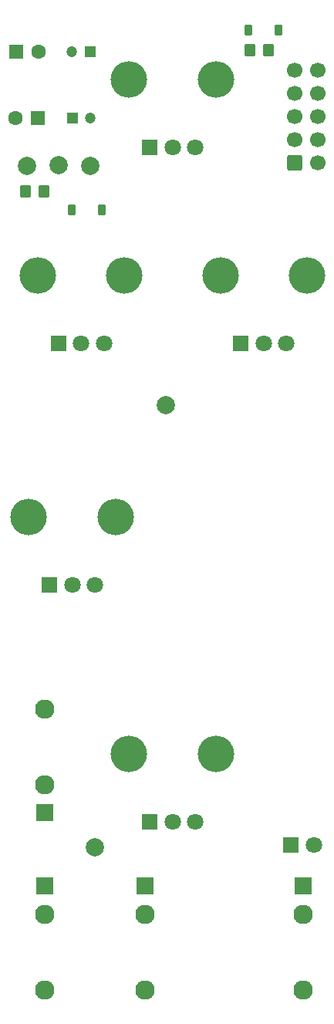
<source format=gts>
G04 #@! TF.GenerationSoftware,KiCad,Pcbnew,8.0.2-1*
G04 #@! TF.CreationDate,2024-09-23T21:31:36+02:00*
G04 #@! TF.ProjectId,kicks,6b69636b-732e-46b6-9963-61645f706362,rev?*
G04 #@! TF.SameCoordinates,Original*
G04 #@! TF.FileFunction,Soldermask,Top*
G04 #@! TF.FilePolarity,Negative*
%FSLAX46Y46*%
G04 Gerber Fmt 4.6, Leading zero omitted, Abs format (unit mm)*
G04 Created by KiCad (PCBNEW 8.0.2-1) date 2024-09-23 21:31:36*
%MOMM*%
%LPD*%
G01*
G04 APERTURE LIST*
G04 Aperture macros list*
%AMRoundRect*
0 Rectangle with rounded corners*
0 $1 Rounding radius*
0 $2 $3 $4 $5 $6 $7 $8 $9 X,Y pos of 4 corners*
0 Add a 4 corners polygon primitive as box body*
4,1,4,$2,$3,$4,$5,$6,$7,$8,$9,$2,$3,0*
0 Add four circle primitives for the rounded corners*
1,1,$1+$1,$2,$3*
1,1,$1+$1,$4,$5*
1,1,$1+$1,$6,$7*
1,1,$1+$1,$8,$9*
0 Add four rect primitives between the rounded corners*
20,1,$1+$1,$2,$3,$4,$5,0*
20,1,$1+$1,$4,$5,$6,$7,0*
20,1,$1+$1,$6,$7,$8,$9,0*
20,1,$1+$1,$8,$9,$2,$3,0*%
G04 Aperture macros list end*
%ADD10R,1.930000X1.830000*%
%ADD11C,2.130000*%
%ADD12O,4.000000X4.000000*%
%ADD13R,1.800000X1.800000*%
%ADD14C,1.800000*%
%ADD15C,2.000000*%
%ADD16R,1.200000X1.200000*%
%ADD17C,1.200000*%
%ADD18RoundRect,0.225000X0.225000X0.375000X-0.225000X0.375000X-0.225000X-0.375000X0.225000X-0.375000X0*%
%ADD19R,1.600000X1.600000*%
%ADD20C,1.600000*%
%ADD21RoundRect,0.225000X-0.225000X-0.375000X0.225000X-0.375000X0.225000X0.375000X-0.225000X0.375000X0*%
%ADD22RoundRect,0.250000X0.350000X0.450000X-0.350000X0.450000X-0.350000X-0.450000X0.350000X-0.450000X0*%
%ADD23RoundRect,0.250000X-0.600000X-0.600000X0.600000X-0.600000X0.600000X0.600000X-0.600000X0.600000X0*%
%ADD24C,1.700000*%
G04 APERTURE END LIST*
D10*
X84310000Y-145520000D03*
D11*
X84310000Y-156920000D03*
X84310000Y-148620000D03*
D12*
X65250000Y-57000000D03*
X74750000Y-57000000D03*
D13*
X67500000Y-64500000D03*
D14*
X70000000Y-64500000D03*
X72500000Y-64500000D03*
D15*
X61500000Y-141250000D03*
D12*
X54250000Y-105000000D03*
X63750000Y-105000000D03*
D13*
X56500000Y-112500000D03*
D14*
X59000000Y-112500000D03*
X61500000Y-112500000D03*
D10*
X56000000Y-145520000D03*
D11*
X56000000Y-156920000D03*
X56000000Y-148620000D03*
D10*
X56000000Y-137480000D03*
D11*
X56000000Y-126080000D03*
X56000000Y-134380000D03*
D12*
X65250000Y-131000000D03*
X74750000Y-131000000D03*
D13*
X67500000Y-138500000D03*
D14*
X70000000Y-138500000D03*
X72500000Y-138500000D03*
D12*
X75250000Y-78500000D03*
X84750000Y-78500000D03*
D13*
X77500000Y-86000000D03*
D14*
X80000000Y-86000000D03*
X82500000Y-86000000D03*
D10*
X67000000Y-145520000D03*
D11*
X67000000Y-156920000D03*
X67000000Y-148620000D03*
D13*
X83000000Y-141000000D03*
D14*
X85540000Y-141000000D03*
D12*
X55250000Y-78500000D03*
X64750000Y-78500000D03*
D13*
X57500000Y-86000000D03*
D14*
X60000000Y-86000000D03*
X62500000Y-86000000D03*
D16*
X59000000Y-61250000D03*
D17*
X61000000Y-61250000D03*
D15*
X61000000Y-66500000D03*
D16*
X60972600Y-54000000D03*
D17*
X58972600Y-54000000D03*
D18*
X58950000Y-71300000D03*
X62250000Y-71300000D03*
D19*
X55250000Y-61250000D03*
D20*
X52750000Y-61250000D03*
D21*
X78350000Y-51600000D03*
X81650000Y-51600000D03*
D15*
X69250000Y-92750000D03*
X57500000Y-66450000D03*
X54000000Y-66500000D03*
D19*
X52817621Y-54000000D03*
D20*
X55317621Y-54000000D03*
D22*
X80500000Y-53800000D03*
X78500000Y-53800000D03*
D23*
X83460000Y-66160000D03*
D24*
X86000000Y-66160000D03*
X83460000Y-63620000D03*
X86000000Y-63620000D03*
X83460000Y-61080000D03*
X86000000Y-61080000D03*
X83460000Y-58540000D03*
X86000000Y-58540000D03*
X83460000Y-56000000D03*
X86000000Y-56000000D03*
D22*
X55900000Y-69300000D03*
X53900000Y-69300000D03*
M02*

</source>
